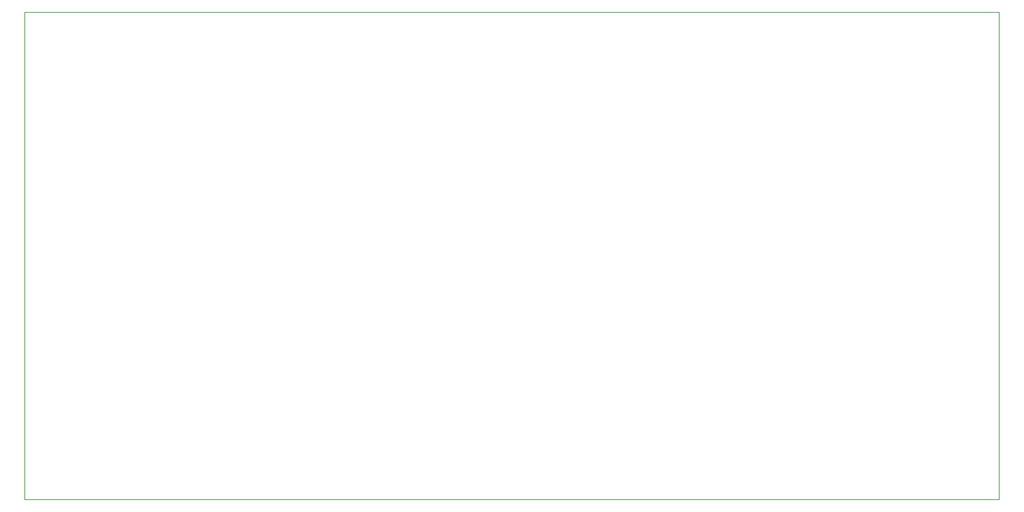
<source format=gbr>
G04 #@! TF.GenerationSoftware,KiCad,Pcbnew,5.1.2-f72e74a~84~ubuntu16.04.1*
G04 #@! TF.CreationDate,2019-05-07T21:52:54+05:30*
G04 #@! TF.ProjectId,MasterPcb,4d617374-6572-4506-9362-2e6b69636164,rev?*
G04 #@! TF.SameCoordinates,Original*
G04 #@! TF.FileFunction,Profile,NP*
%FSLAX46Y46*%
G04 Gerber Fmt 4.6, Leading zero omitted, Abs format (unit mm)*
G04 Created by KiCad (PCBNEW 5.1.2-f72e74a~84~ubuntu16.04.1) date 2019-05-07 21:52:54*
%MOMM*%
%LPD*%
G04 APERTURE LIST*
%ADD10C,0.150000*%
G04 APERTURE END LIST*
D10*
X21336000Y-140574000D02*
X261336000Y-140574000D01*
X261336000Y-20574000D02*
X261336000Y-140574000D01*
X21336000Y-20574000D02*
X21336000Y-140574000D01*
X21336000Y-20574000D02*
X261336000Y-20574000D01*
M02*

</source>
